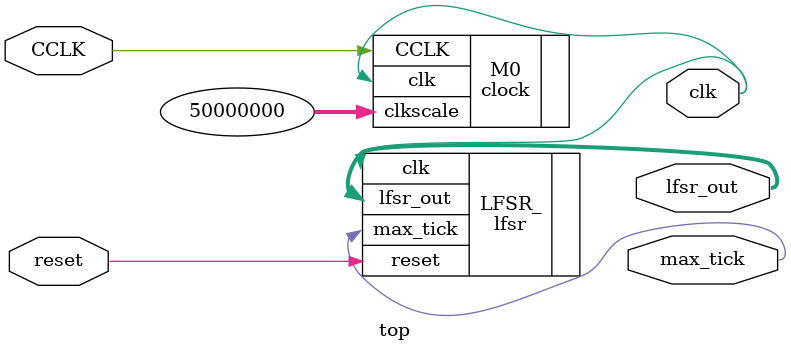
<source format=v>
`timescale 1ns / 1ps


module top(
   input CCLK,
   input wire reset, 
   output wire max_tick, 
   output [12:0] lfsr_out, 
   output clk
    );
    
    
lfsr LFSR_ (
    .clk(clk),
    .reset(reset),
    .lfsr_out(lfsr_out),
    .max_tick(max_tick)
);

clock M0 (
    .CCLK(CCLK),
    .clkscale(50000000), 
    .clk(clk)
);
endmodule

</source>
